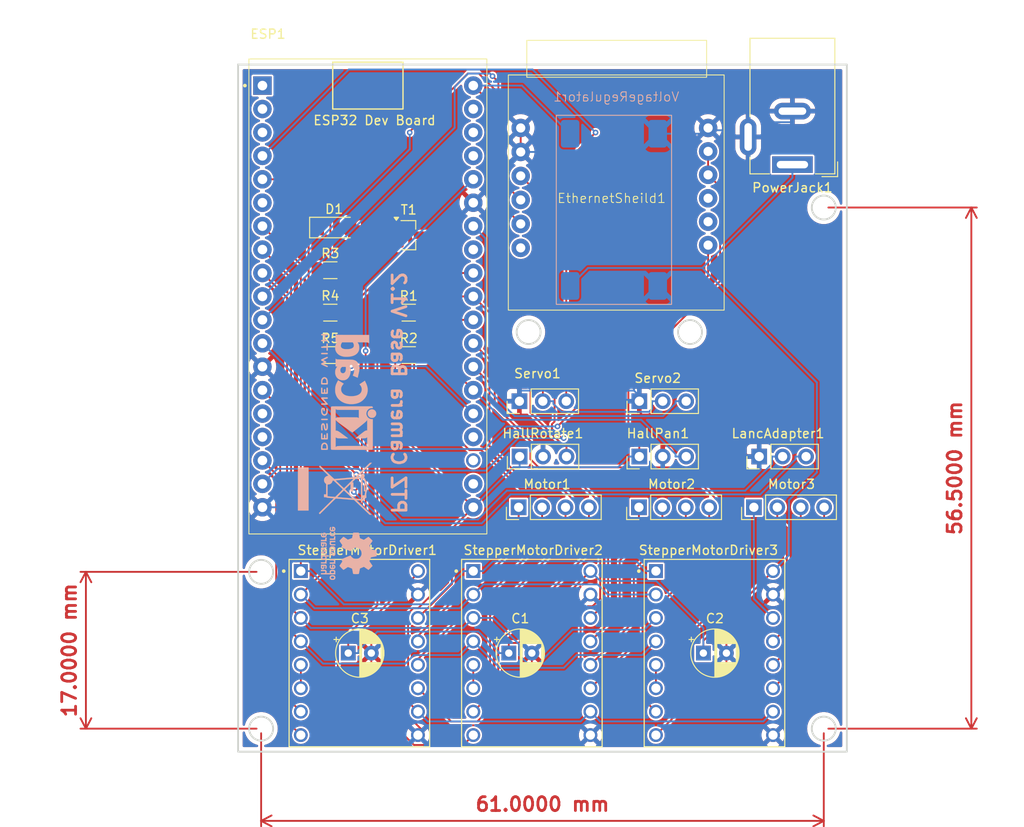
<source format=kicad_pcb>
(kicad_pcb (version 20240108) (generator "pcbnew") (generator_version "8.0")
  (layers (0 "F.Cu" signal) (31 "B.Cu" signal) (34 "B.Paste" user) (35 "F.Paste" user) (36 "B.SilkS" user "B.Silkscreen") (37 "F.SilkS" user "F.Silkscreen") (38 "B.Mask" user) (39 "F.Mask" user) (44 "Edge.Cuts" user))
  (net 0 "")
  (net 1 "GND")
  (net 3 "Hall Pan")
  (net 4 "+12V")
  (net 5 "LANC READ")
  (net 6 "LANC WRITE")
  (net 7 "DIR2")
  (net 8 "Servo 1")
  (net 9 "SCK")
  (net 10 "MOSI")
  (net 11 "DIR3")
  (net 12 "STEP2")
  (net 13 "+5V")
  (net 14 "DIR1")
  (net 15 "MS2")
  (net 16 "Servo 2")
  (net 17 "CS")
  (net 18 "+3.3V")
  (net 19 "MS3")
  (net 20 "EN")
  (net 21 "MS1")
  (net 22 "STEP1")
  (net 23 "STEP3")
  (net 24 "MISO")
  (net 31 "Hall Tilt")
  (net 41 "/Motor Line 2")
  (net 42 "Net-(StepperMotorDriver1-RESET)")
  (net 43 "Net-(StepperMotorDriver2-RESET)")
  (net 44 "Net-(StepperMotorDriver3-RESET)")
  (net 45 "/Motor Line 3")
  (net 46 "/Motor Line 4")
  (net 47 "/Motor Line 1")
  (net 48 "/Motor Line 6")
  (net 49 "/Motor Line 7")
  (net 50 "/Motor Line 5")
  (net 51 "/Motor Line 8")
  (net 52 "/Motor Line 9")
  (net 53 "/Motor Line 12")
  (net 54 "/Motor Line 11")
  (net 55 "/Motor Line 10")
  (net 56 "/Power Wire")
  (net 57 "Net-(T1-B)")
  (net 58 "/LANC READ 2")
  (footprint "Connector_PinHeader_2.54mm:PinHeader_1x04_P2.54mm_Vertical" (layer "F.Cu") (at 171.46 98 90)
    (property "Reference" "Motor2")
    (property "Value" "~")
  )
  (footprint "Resistor_SMD:R_1206_3216Metric" (layer "F.Cu") (at 138 81.5)
    (property "Reference" "R5")
    (property "Value" "10k")
  )
  (footprint "Connector_PinHeader_2.54mm:PinHeader_1x03_P2.54mm_Vertical" (layer "F.Cu") (at 158.5 86.5 90)
    (property "Reference" "Servo1")
    (property "Value" "~")
  )
  (footprint "Connector_PinHeader_2.54mm:PinHeader_1x03_P2.54mm_Vertical" (layer "F.Cu") (at 171.5 86.5 90)
    (property "Reference" "Servo2")
    (property "Value" "~")
  )
  (footprint "Custom components:MODULE_ESP32-DEVKITC-32D" (layer "F.Cu") (at 142.07 75.14)
    (property "Reference" "ESP1")
    (property "Value" "ESP32-DEVKITC-32D" (hide yes))
  )
  (footprint "Ethernet_Sheild:W5500_mini_ethernet_sheild" (layer "F.Cu") (at 168.8 62.875)
    (property "Reference" "EthernetSheild1")
    (property "Value" "~")
  )
  (footprint "Resistor_SMD:R_1206_3216Metric" (layer "F.Cu") (at 146.5 76.8983)
    (property "Reference" "R1")
    (property "Value" "R10k")
  )
  (footprint "TMC2209_SILENTSTEPSTICK:MODULE_TMC2209_SILENTSTEPSTICK" (layer "F.Cu") (at 159.85 113.81)
    (property "Reference" "StepperMotorDriver2")
    (property "Value" "~")
  )
  (footprint "Aliexpress:BarrelJack_Wuerth_6941xx301002" (layer "F.Cu") (at 188.1 60.85 180)
    (property "Reference" "PowerJack1")
    (property "Value" "Barrel_Jack")
  )
  (footprint "Package_TO_SOT_SMD:SOT-23_Handsoldering" (layer "F.Cu") (at 146.5 68.5)
    (property "Reference" "T1")
    (property "Value" "BC547")
  )
  (footprint "Capacitor_THT:CP_Radial_D5.0mm_P2.50mm" (layer "F.Cu") (at 178.4449 113.81)
    (property "Reference" "C2")
    (property "Value" "100 uF")
  )
  (footprint "Resistor_SMD:R_1206_3216Metric" (layer "F.Cu") (at 146.5 81.5)
    (property "Reference" "R2")
    (property "Value" "R10k")
  )
  (footprint "Resistor_SMD:R_1206_3216Metric" (layer "F.Cu") (at 138 72.2967)
    (property "Reference" "R3")
    (property "Value" "R5k6")
  )
  (footprint "Connector_PinHeader_2.54mm:PinHeader_1x03_P2.54mm_Vertical" (layer "F.Cu") (at 158.525 92.5 90)
    (property "Reference" "HallRotate1")
    (property "Value" "~")
  )
  (footprint "Connector_PinHeader_2.54mm:PinHeader_1x04_P2.54mm_Vertical" (layer "F.Cu") (at 158.42 98 90)
    (property "Reference" "Motor1")
    (property "Value" "~")
  )
  (footprint "Capacitor_THT:CP_Radial_D5.0mm_P2.50mm" (layer "F.Cu") (at 157.35 113.81)
    (property "Reference" "C1")
    (property "Value" "100 uF")
  )
  (footprint "Resistor_SMD:R_1206_3216Metric" (layer "F.Cu") (at 138 76.8983)
    (property "Reference" "R4")
    (property "Value" "R4k7")
  )
  (footprint "Capacitor_THT:CP_Radial_D5.0mm_P2.50mm" (layer "F.Cu") (at 139.9449 113.81)
    (property "Reference" "C3")
    (property "Value" "100 uF")
  )
  (footprint "TMC2209_SILENTSTEPSTICK:MODULE_TMC2209_SILENTSTEPSTICK" (layer "F.Cu") (at 179.65 113.81)
    (property "Reference" "StepperMotorDriver3")
    (property "Value" "~")
  )
  (footprint "Connector_PinHeader_2.54mm:PinHeader_1x03_P2.54mm_Vertical" (layer "F.Cu") (at 184.5 92.5 90)
    (property "Reference" "LancAdapter1")
    (property "Value" "AudioJack3" (hide yes))
  )
  (footprint "Connector_PinHeader_2.54mm:PinHeader_1x04_P2.54mm_Vertical" (layer "F.Cu") (at 183.92 98 90)
    (property "Reference" "Motor3")
    (property "Value" "~")
  )
  (footprint "Diode_SMD:D_MiniMELF" (layer "F.Cu") (at 138.415 67.67)
    (property "Reference" "D1")
    (property "Value" "BZV55C3V3")
  )
  (footprint "TMC2209_SILENTSTEPSTICK:MODULE_TMC2209_SILENTSTEPSTICK" (layer "F.Cu") (at 141.15 113.81)
    (property "Reference" "StepperMotorDriver1")
    (property "Value" "~")
  )
  (footprint "Connector_PinHeader_2.54mm:PinHeader_1x03_P2.54mm_Vertical" (layer "F.Cu") (at 171.5 92.5 90)
    (property "Reference" "HallPan1")
    (property "Value" "~")
  )
  (footprint "Symbol:KiCad-Logo2_5mm_SilkScreen" (layer "B.Cu") (at 140 85.5 90)
    (property "Reference" "REF**" (hide yes))
    (property "Value" "KiCad-Logo2_5mm_SilkScreen" (hide yes))
  )
  (footprint "Symbol:WEEE-Logo_5.6x8mm_SilkScreen" (layer "B.Cu") (at 138.5 96 90)
    (property "Reference" "REF3" (hide yes))
    (property "Value" "WEEE-Logo_5.6x8mm_SilkScreen" (hide yes))
  )
  (footprint "Symbol:OSHW-Logo_5.7x6mm_SilkScreen" (layer "B.Cu") (at 140 103 90)
    (property "Reference" "REF2" (hide yes))
    (property "Value" "OSHW-Logo_5.7x6mm_SilkScreen" (hide yes))
  )
  (footprint "voltage_regulator:voltage_regulator_17_12mm" (layer "B.Cu") (at 169 65.5 180)
    (property "Reference" "VoltageRegulator1")
    (property "Value" "~")
  )
  (gr_circle (center 130.5 105) (end 131.8 105) (stroke (width 0.2)) (fill none) (layer "Edge.Cuts"))
  (gr_circle (center 191.5 65.5) (end 192.8 65.5) (stroke (width 0.2)) (fill none) (layer "Edge.Cuts"))
  (gr_rect (start 128 50) (end 194 124.5) (stroke (width 0.2)) (fill none) (layer "Edge.Cuts"))
  (gr_circle (center 130.5 122) (end 131.8 122) (stroke (width 0.2)) (fill none) (layer "Edge.Cuts"))
  (gr_circle (center 177 79) (end 178.3 79) (stroke (width 0.2)) (fill none) (layer "Edge.Cuts"))
  (gr_circle (center 159.5 79) (end 160.8 79) (stroke (width 0.2)) (fill none) (layer "Edge.Cuts"))
  (gr_circle (center 191.5 122) (end 192.8 122) (stroke (width 0.2)) (fill none) (layer "Edge.Cuts"))
  (gr_text "PTZ Camera Base V1.2" (at 144.5 98.865811 270) (layer "B.SilkS") (effects (font (size 1.5 1.5) (thickness 0.3) (bold yes)) (justify left bottom mirror)))
  (dimension (type aligned) (layer "F.Cu") (pts (xy 191.5 65.5) (xy 191.5 122)) (height -16) (gr_text "56.5000 mm" (at 205.7 93.75 90) (layer "F.Cu") (effects (font (size 1.5 1.5) (thickness 0.3)))) (format (prefix "") (suffix "") (units 3) (units_format 1) (precision 4)) (style (thickness 0.2) (arrow_length 1.27) (text_position_mode 0) (extension_height 0.58642) (extension_offset 0.5) keep_text_aligned))
  (dimension (type aligned) (layer "F.Cu") (pts (xy 130.5 105) (xy 130.5 122)) (height 19) (gr_text "17.0000 mm" (at 109.7 113.5 90) (layer "F.Cu") (effects (font (size 1.5 1.5) (thickness 0.3)))) (format (prefix "") (suffix "") (units 3) (units_format 1) (precision 4)) (style (thickness 0.2) (arrow_length 1.27) (text_position_mode 0) (extension_height 0.58642) (extension_offset 0.5) keep_text_aligned))
  (dimension (type aligned) (layer "F.Cu") (pts (xy 191.5 122) (xy 130.5 122)) (height -10) (gr_text "61.0000 mm" (at 161 130.2 0) (layer "F.Cu") (effects (font (size 1.5 1.5) (thickness 0.3)))) (format (prefix "") (suffix "") (units 3) (units_format 1) (precision 4)) (style (thickness 0.2) (arrow_length 1.27) (text_position_mode 0) (extension_height 0.58642) (extension_offset 0.5) keep_text_aligned))
  (segment (start 141.0431 66.7919) (end 145.9216 66.7919) (width 0.2) (layer "F.Cu") (net 1))
  (segment (start 161.065 92.5) (end 161.065 91.3483) (width 0.2) (layer "F.Cu") (net 1))
  (segment (start 184.5 93.6517) (end 185.1445 94.2962) (width 0.2) (layer "F.Cu") (net 1))
  (segment (start 158.64 59.475) (end 158.64 56.875) (width 0.2) (layer "F.Cu") (net 1))
  (segment (start 174.04 91.329) (end 182.1773 91.329) (width 0.2) (layer "F.Cu") (net 1))
  (segment (start 142.4449 113.81) (end 142.4449 112.5151) (width 0.2) (layer "F.Cu") (net 1))
  (segment (start 158.5 88.7833) (end 161.065 91.3483) (width 0.2) (layer "F.Cu") (net 1))
  (segment (start 174.8322 123.7576) (end 180.9449 117.6449) (width 0.2) (layer "F.Cu") (net 1))
  (segment (start 171.5 87.6517) (end 174.04 90.1917) (width 0.2) (layer "F.Cu") (net 1))
  (segment (start 142.4449 116.6449) (end 148 122.2) (width 0.2) (layer "F.Cu") (net 1))
  (segment (start 145.9216 66.7919) (end 146.2958 67.1661) (width 0.2) (layer "F.Cu") (net 1))
  (segment (start 148 122.2) (end 148.56 121.64) (width 0.2) (layer "F.Cu") (net 1))
  (segment (start 174.04 91.329) (end 174.04 92.5) (width 0.2) (layer "F.Cu") (net 1))
  (segment (start 148.56 121.64) (end 154.56 121.64) (width 0.2) (layer "F.Cu") (net 1))
  (segment (start 185.1445 94.2962) (end 185.1445 102.1493) (width 0.2) (layer "F.Cu") (net 1))
  (segment (start 142.4449 113.81) (end 142.4449 116.6449) (width 0.2) (layer "F.Cu") (net 1))
  (segment (start 153.5 64.98) (end 151.3139 67.1661) (width 0.2) (layer "F.Cu") (net 1))
  (segment (start 187.068 106.392) (end 186 107.46) (width 0.2) (layer "F.Cu") (net 1))
  (segment (start 142.4449 112.5151) (end 147.5 107.46) (width 0.2) (layer "F.Cu") (net 1))
  (segment (start 154.56 121.64) (end 159.85 116.35) (width 0.2) (layer "F.Cu") (net 1))
  (segment (start 158.5 86.5) (end 158.5 88.7833) (width 0.2) (layer "F.Cu") (net 1))
  (segment (start 171.5 86.5) (end 171.5 87.6517) (width 0.2) (layer "F.Cu") (net 1))
  (segment (start 159.85 116.35) (end 159.85 113.81) (width 0.2) (layer "F.Cu") (net 1))
  (segment (start 129.3369 84.0631) (end 130.64 82.76) (width 0.2) (layer "F.Cu") (net 1))
  (segment (start 184.5 92.5) (end 183.3483 92.5) (width 0.2) (layer "F.Cu") (net 1))
  (segment (start 146.2958 68.1542) (end 145 69.45) (width 0.2) (layer "F.Cu") (net 1))
  (segment (start 180.9449 117.6449) (end 186 122.7) (width 0.2) (layer "F.Cu") (net 1))
  (segment (start 186 107.46) (end 180.9449 112.5151) (width 0.2) (layer "F.Cu") (net 1))
  (segment (start 184.5 92.5) (end 184.5 93.6517) (width 0.2) (layer "F.Cu") (net 1))
  (segment (start 129.3369 96.6969) (end 129.3369 84.0631) (width 0.2) (layer "F.Cu") (net 1))
  (segment (start 180.9449 113.81) (end 180.9449 117.6449) (width 0.2) (layer "F.Cu") (net 1))
  (segment (start 167.2576 123.7576) (end 174.8322 123.7576) (width 0.2) (layer "F.Cu") (net 1))
  (segment (start 185.1445 102.1493) (end 187.068 104.0728) (width 0.2) (layer "F.Cu") (net 1))
  (segment (start 151.3139 67.1661) (end 146.2958 67.1661) (width 0.2) (layer "F.Cu") (net 1))
  (segment (start 140.165 67.67) (end 141.0431 66.7919) (width 0.2) (layer "F.Cu") (net 1))
  (segment (start 182.1773 91.329) (end 183.3483 92.5) (width 0.2) (layer "F.Cu") (net 1))
  (segment (start 174.04 90.1917) (end 174.04 91.329) (width 0.2) (layer "F.Cu") (net 1))
  (segment (start 146.2958 67.1661) (end 146.2958 68.1542) (width 0.2) (layer "F.Cu") (net 1))
  (segment (start 187.068 104.0728) (end 187.068 106.392) (width 0.2) (layer "F.Cu") (net 1))
  (segment (start 166.2 122.7) (end 159.85 116.35) (width 0.2) (layer "F.Cu") (net 1))
  (segment (start 166.2 122.7) (end 167.2576 123.7576) (width 0.2) (layer "F.Cu") (net 1))
  (segment (start 180.9449 112.5151) (end 180.9449 113.81) (width 0.2) (layer "F.Cu") (net 1))
  (segment (start 130.64 98) (end 129.3369 96.6969) (width 0.2) (layer "F.Cu") (net 1))
  (segment (start 147.5 122.7) (end 148 122.2) (width 0.2) (layer "F.Cu") (net 1))
  (segment (start 183.3 57.85) (end 182.0983 57.85) (width 0.2) (layer "B.Cu") (net 1))
  (segment (start 178.96 57.1211) (end 178.96 56.875) (width 0.2) (layer "B.Cu") (net 1))
  (segment (start 158.5 85.3483) (end 156.9645 83.8128) (width 0.2) (layer "B.Cu") (net 1))
  (segment (start 173.5 57.5) (end 178.5811 57.5) (width 0.2) (layer "B.Cu") (net 1))
  (segment (start 171.525 59.475) (end 158.64 59.475) (width 0.2) (layer "B.Cu") (net 1))
  (segment (start 156.9645 68.4445) (end 153.5 64.98) (width 0.2) (layer "B.Cu") (net 1))
  (segment (start 173.5 57.5) (end 171.525 59.475) (width 0.2) (layer "B.Cu") (net 1))
  (segment (start 170.9242 85.3483) (end 170.9242 76.5758) (width 0.2) (layer "B.Cu") (net 1))
  (segment (start 159.85 113.81) (end 166.2 107.46) (width 0.2) (layer "B.Cu") (net 1))
  (segment (start 171.5 85.9241) (end 170.9242 85.3483) (width 0.2) (layer "B.Cu") (net 1))
  (segment (start 183.3 57.85) (end 184.5017 57.85) (width 0.2) (layer "B.Cu") (net 1))
  (segment (start 170.9242 76.5758) (end 173.5 74) (width 0.2) (layer "B.Cu") (net 1))
  (segment (start 186.1 56.2517) (end 184.5017 57.85) (width 0.2) (layer "B.Cu") (net 1))
  (segment (start 156.9645 83.8128) (end 156.9645 68.4445) (width 0.2) (layer "B.Cu") (net 1))
  (segment (start 158.64 59.84) (end 153.5 64.98) (width 0.2) (layer "B.Cu") (net 1))
  (segment (start 138.04 98) (end 130.64 98) (width 0.2) (layer "B.Cu") (net 1))
  (segment (start 170.9242 85.3483) (end 158.5 85.3483) (width 0.2) (layer "B.Cu") (net 1))
  (segment (start 158.5 86.5) (end 158.5 85.3483) (width 0.2) (layer "B.Cu") (net 1))
  (segment (start 147.5 107.46) (end 138.04 98) (width 0.2) (layer "B.Cu") (net 1))
  (segment (start 181.3694 57.1211) (end 182.0983 57.85) (width 0.2) (layer "B.Cu") (net 1))
  (segment (start 178.96 57.1211) (end 181.3694 57.1211) (width 0.2) (layer "B.Cu") (net 1))
  (segment (start 188.1 56.2517) (end 186.1 56.2517) (width 0.2) (layer "B.Cu") (net 1))
  (segment (start 178.5811 57.5) (end 178.96 57.1211) (width 0.2) (layer "B.Cu") (net 1))
  (segment (start 158.64 59.475) (end 158.64 59.84) (width 0.2) (layer "B.Cu") (net 1))
  (segment (start 171.5 86.5) (end 171.5 85.9241) (width 0.2) (layer "B.Cu") (net 1))
  (segment (start 188.1 55.05) (end 188.1 56.2517) (width 0.2) (layer "B.Cu") (net 1))
  (segment (start 163.605 91.3483) (end 163.2982 91.3483) (width 0.2) (layer "F.Cu") (net 3))
  (segment (start 149.7208 75.14) (end 147.9625 76.8983) (width 0.2) (layer "F.Cu") (net 3))
  (segment (start 155.2902 80.4355) (end 155.2902 76.9302) (width 0.2) (layer "F.Cu") (net 3))
  (segment (start 163.605 92.5) (end 163.605 91.3483) (width 0.2) (layer "F.Cu") (net 3))
  (segment (start 163.2982 91.3483) (end 159.71 87.7601) (width 0.2) (layer "F.Cu") (net 3))
  (segment (start 159.71 84.8553) (end 155.2902 80.4355) (width 0.2) (layer "F.Cu") (net 3))
  (segment (start 153.5 75.14) (end 149.7208 75.14) (width 0.2) (layer "F.Cu") (net 3))
  (segment (start 155.2902 76.9302) (end 153.5 75.14) (width 0.2) (layer "F.Cu") (net 3))
  (segment (start 159.71 87.7601) (end 159.71 84.8553) (width 0.2) (layer "F.Cu") (net 3))
  (segment (start 157.35 113.81) (end 157.35 112.7083) (width 0.2) (layer "F.Cu") (net 4))
  (segment (start 139.9449 113.2591) (end 139.9449 113.81) (width 0.2) (layer "F.Cu") (net 4))
  (segment (start 186 104.92) (end 178.4449 112.4751) (width 0.2) (layer "F.Cu") (net 4))
  (segment (start 139.9449 113.2591) (end 139.9449 112.7083) (width 0.2) (layer "F.Cu") (net 4))
  (segment (start 178.4449 112.4751) (end 178.4449 113.81) (width 0.2) (layer "F.Cu") (net 4))
  (segment (start 166.2 104.92) (end 158.4117 112.7083) (width 0.2) (layer "F.Cu") (net 4))
  (segment (start 147.5 105.1532) (end 147.5 104.92) (width 0.2) (layer "F.Cu") (net 4))
  (segment (start 158.4117 112.7083) (end 157.35 112.7083) (width 0.2) (layer "F.Cu") (net 4))
  (segment (start 139.9449 112.7083) (end 147.5 105.1532) (width 0.2) (layer "F.Cu") (net 4))
  (segment (start 178.3308 72.0542) (end 188.1 62.285) (width 0.2) (layer "B.Cu") (net 4))
  (segment (start 188.1 60.85) (end 188.1 62.0517) (width 0.2) (layer "B.Cu") (net 4))
  (segment (start 167.2721 105.9921) (end 166.2 104.92) (width 0.2) (layer "B.Cu") (net 4))
  (segment (start 143.097 111.4842) (end 141.0466 113.5346) (width 0.2) (layer "B.Cu") (net 4))
  (segment (start 154.0602 111.4842) (end 143.097 111.4842) (width 0.2) (layer "B.Cu") (net 4))
  (segment (start 178.4449 111.1089) (end 173.3281 105.9921) (width 0.2) (layer "B.Cu") (net 4))
  (segment (start 178.4449 113.81) (end 178.4449 111.1089) (width 0.2) (layer "B.Cu") (net 4))
  (segment (start 190.7539 84.4773) (end 178.3308 72.0542) (width 0.2) (layer "B.Cu") (net 4))
  (segment (start 139.9449 113.81) (end 141.0466 113.81) (width 0.2) (layer "B.Cu") (net 4))
  (segment (start 173.3281 105.9921) (end 167.2721 105.9921) (width 0.2) (layer "B.Cu") (net 4))
  (segment (start 165.9458 72.0542) (end 178.3308 72.0542) (width 0.2) (layer "B.Cu") (net 4))
  (segment (start 187.73 97.2409) (end 190.7539 94.217) (width 0.2) (layer "B.Cu") (net 4))
  (segment (start 141.0466 113.5346) (end 141.0466 113.81) (width 0.2) (layer "B.Cu") (net 4))
  (segment (start 186 104.92) (end 187.73 103.19) (width 0.2) (layer "B.Cu") (net 4))
  (segment (start 156.2483 113.6723) (end 154.0602 111.4842) (width 0.2) (layer "B.Cu") (net 4))
  (segment (start 156.2483 113.81) (end 156.2483 113.6723) (width 0.2) (layer "B.Cu") (net 4))
  (segment (start 187.73 103.19) (end 187.73 97.2409) (width 0.2) (layer "B.Cu") (net 4))
  (segment (start 188.1 62.285) (end 188.1 62.0517) (width 0.2) (layer "B.Cu") (net 4))
  (segment (start 157.35 113.81) (end 156.2483 113.81) (width 0.2) (layer "B.Cu") (net 4))
  (segment (start 190.7539 94.217) (end 190.7539 84.4773) (width 0.2) (layer "B.Cu") (net 4))
  (segment (start 164 74) (end 165.9458 72.0542) (width 0.2) (layer "B.Cu") (net 4))
  (segment (start 135.6471 68.6879) (end 135.6471 73.1867) (width 0.2) (layer "F.Cu") (net 5))
  (segment (start 138 80.0375) (end 139.4625 81.5) (width 0.2) (layer "F.Cu") (net 5))
  (segment (start 135.6471 73.1867) (end 138 75.5396) (width 0.2) (layer "F.Cu") (net 5))
  (segment (start 138 75.5396) (end 138 80.0375) (width 0.2) (layer "F.Cu") (net 5))
  (segment (start 140.2591 82.7114) (end 139.4625 81.9148) (width 0.2) (layer "F.Cu") (net 5))
  (segment (start 139.4625 81.9148) (end 139.4625 81.5) (width 0.2) (layer "F.Cu") (net 5))
  (segment (start 136.665 67.67) (end 135.6471 68.6879) (width 0.2) (layer "F.Cu") (net 5))
  (via (at 140.2591 82.7114) (size 0.6) (drill 0.3) (layers "F.Cu" "B.Cu") (net 5))
  (segment (start 140.2591 82.7114) (end 148.3714 82.7114) (width 0.2) (layer "B.Cu") (net 5))
  (segment (start 148.3714 82.7114) (end 153.5 87.84) (width 0.2) (layer "B.Cu") (net 5))
  (segment (start 130.64 62.44) (end 133.2372 62.44) (width 0.2) (layer "F.Cu") (net 6))
  (segment (start 133.2372 62.44) (end 138.0042 67.207) (width 0.2) (layer "F.Cu") (net 6))
  (segment (start 138.0042 70.8384) (end 139.4625 72.2967) (width 0.2) (layer "F.Cu") (net 6))
  (segment (start 138.0042 67.207) (end 138.0042 70.8384) (width 0.2) (layer "F.Cu") (net 6))
  (segment (start 138.8204 115.5249) (end 138.8204 112.9078) (width 0.2) (layer "F.Cu") (net 7))
  (segment (start 152.4275 123.7725) (end 147.068 123.7725) (width 0.2) (layer "F.Cu") (net 7))
  (segment (start 143.0999 108.6283) (end 143.0999 77.1148) (width 0.2) (layer "F.Cu") (net 7))
  (segment (start 147.6147 72.6) (end 153.5 72.6) (width 0.2) (layer "F.Cu") (net 7))
  (segment (start 147.068 123.7725) (end 138.8204 115.5249) (width 0.2) (layer "F.Cu") (net 7))
  (segment (start 138.8204 112.9078) (end 143.0999 108.6283) (width 0.2) (layer "F.Cu") (net 7))
  (segment (start 153.5 122.7) (end 152.4275 123.7725) (width 0.2) (layer "F.Cu") (net 7))
  (segment (start 143.0999 77.1148) (end 147.6147 72.6) (width 0.2) (layer "F.Cu") (net 7))
  (segment (start 166.7571 57.37) (end 163.58 60.5471) (width 0.2) (layer "F.Cu") (net 8))
  (segment (start 163.58 60.5471) (end 163.58 86.5) (width 0.2) (layer "F.Cu") (net 8))
  (via (at 166.7571 57.37) (size 0.6) (drill 0.3) (layers "F.Cu" "B.Cu") (net 8))
  (segment (start 140.0007 50.5393) (end 159.9264 50.5393) (width 0.2) (layer "B.Cu") (net 8))
  (segment (start 130.64 59.9) (end 140.0007 50.5393) (width 0.2) (layer "B.Cu") (net 8))
  (segment (start 159.9264 50.5393) (end 166.7571 57.37) (width 0.2) (layer "B.Cu") (net 8))
  (segment (start 158.64 64.675) (end 156.2221 62.2571) (width 0.2) (layer "F.Cu") (net 9))
  (segment (start 156.2221 51.8909) (end 155.5854 51.2542) (width 0.2) (layer "F.Cu") (net 9))
  (segment (start 156.2221 62.2571) (end 156.2221 51.8909) (width 0.2) (layer "F.Cu") (net 9))
  (via (at 155.5854 51.2542) (size 0.6) (drill 0.3) (layers "F.Cu" "B.Cu") (net 9))
  (segment (start 151.4807 56.8393) (end 151.4807 52.4389) (width 0.2) (layer "B.Cu") (net 9))
  (segment (start 130.64 77.68) (end 151.4807 56.8393) (width 0.2) (layer "B.Cu") (net 9))
  (segment (start 151.4807 52.4389) (end 152.9413 50.9783) (width 0.2) (layer "B.Cu") (net 9))
  (segment (start 155.3095 50.9783) (end 155.5854 51.2542) (width 0.2) (layer "B.Cu") (net 9))
  (segment (start 152.9413 50.9783) (end 155.3095 50.9783) (width 0.2) (layer "B.Cu") (net 9))
  (segment (start 162.0301 88.9846) (end 162.0301 89.4828) (width 0.2) (layer "F.Cu") (net 10))
  (segment (start 158.64 62.075) (end 162.31 65.745) (width 0.2) (layer "F.Cu") (net 10))
  (segment (start 162.31 65.745) (end 162.31 88.7047) (width 0.2) (layer "F.Cu") (net 10))
  (segment (start 162.0301 89.4828) (end 163.0493 90.502) (width 0.2) (layer "F.Cu") (net 10))
  (segment (start 163.0493 90.502) (end 163.3074 90.502) (width 0.2) (layer "F.Cu") (net 10))
  (segment (start 162.31 88.7047) (end 162.0301 88.9846) (width 0.2) (layer "F.Cu") (net 10))
  (via (at 163.3074 90.502) (size 0.6) (drill 0.3) (layers "F.Cu" "B.Cu") (net 10))
  (segment (start 141.0637 93.8254) (end 132.2746 93.8254) (width 0.2) (layer "B.Cu") (net 10))
  (segment (start 163.3074 90.502) (end 158.3874 90.502) (width 0.2) (layer "B.Cu") (net 10))
  (segment (start 158.3874 90.502) (end 154.864 94.0254) (width 0.2) (layer "B.Cu") (net 10))
  (segment (start 132.2746 93.8254) (end 130.64 95.46) (width 0.2) (layer "B.Cu") (net 10))
  (segment (start 141.2637 94.0254) (end 141.0637 93.8254) (width 0.2) (layer "B.Cu") (net 10))
  (segment (start 154.864 94.0254) (end 141.2637 94.0254) (width 0.2) (layer "B.Cu") (net 10))
  (segment (start 180.2774 97.5553) (end 180.2774 108.4441) (width 0.2) (layer "F.Cu") (net 11))
  (segment (start 155.8234 86.9604) (end 159.6955 90.8325) (width 0.2) (layer "F.Cu") (net 11))
  (segment (start 159.6955 90.8325) (end 159.6955 92.7837) (width 0.2) (layer "F.Cu") (net 11))
  (segment (start 153.5 80.22) (end 155.8234 82.5434) (width 0.2) (layer "F.Cu") (net 11))
  (segment (start 180.2774 108.4441) (end 175.4734 113.2481) (width 0.2) (layer "F.Cu") (net 11))
  (segment (start 155.8234 82.5434) (end 155.8234 86.9604) (width 0.2) (layer "F.Cu") (net 11))
  (segment (start 160.5823 93.6705) (end 176.3926 93.6705) (width 0.2) (layer "F.Cu") (net 11))
  (segment (start 159.6955 92.7837) (end 160.5823 93.6705) (width 0.2) (layer "F.Cu") (net 11))
  (segment (start 176.3926 93.6705) (end 180.2774 97.5553) (width 0.2) (layer "F.Cu") (net 11))
  (segment (start 175.4734 120.5266) (end 173.3 122.7) (width 0.2) (layer "F.Cu") (net 11))
  (segment (start 175.4734 113.2481) (end 175.4734 120.5266) (width 0.2) (layer "F.Cu") (net 11))
  (segment (start 164.6542 97.5109) (end 163.1371 95.9938) (width 0.2) (layer "F.Cu") (net 12))
  (segment (start 155.3196 118.3404) (end 155.3196 109.7271) (width 0.2) (layer "F.Cu") (net 12))
  (segment (start 153.0846 91.8056) (end 147.0813 85.8023) (width 0.2) (layer "F.Cu") (net 12))
  (segment (start 147.0813 85.8023) (end 147.0813 80.6603) (width 0.2) (layer "F.Cu") (net 12))
  (segment (start 158.5538 95.9938) (end 154.3656 91.8056) (width 0.2) (layer "F.Cu") (net 12))
  (segment (start 150.0616 77.68) (end 153.5 77.68) (width 0.2) (layer "F.Cu") (net 12))
  (segment (start 155.3196 109.7271) (end 164.6542 100.3925) (width 0.2) (layer "F.Cu") (net 12))
  (segment (start 154.3656 91.8056) (end 153.0846 91.8056) (width 0.2) (layer "F.Cu") (net 12))
  (segment (start 163.1371 95.9938) (end 158.5538 95.9938) (width 0.2) (layer "F.Cu") (net 12))
  (segment (start 164.6542 100.3925) (end 164.6542 97.5109) (width 0.2) (layer "F.Cu") (net 12))
  (segment (start 147.0813 80.6603) (end 150.0616 77.68) (width 0.2) (layer "F.Cu") (net 12))
  (segment (start 153.5 120.16) (end 155.3196 118.3404) (width 0.2) (layer "F.Cu") (net 12))
  (segment (start 155.2902 54.0702) (end 155.2902 64.4911) (width 0.2) (layer "F.Cu") (net 13))
  (segment (start 161.04 86.5) (end 161.04 85.3483) (width 0.2) (layer "F.Cu") (net 13))
  (segment (start 153.5 52.28) (end 155.2902 54.0702) (width 0.2) (layer "F.Cu") (net 13))
  (segment (start 155.7733 64.9742) (end 155.7733 80.0816) (width 0.2) (layer "F.Cu") (net 13))
  (segment (start 155.2902 64.4911) (end 155.7733 64.9742) (width 0.2) (layer "F.Cu") (net 13))
  (segment (start 155.7733 80.0816) (end 161.04 85.3483) (width 0.2) (layer "F.Cu") (net 13))
  (segment (start 172.8883 87.3145) (end 172.8883 86.5) (width 0.2) (layer "B.Cu") (net 13))
  (segment (start 174.04 86.5) (end 172.8883 86.5) (width 0.2) (layer "B.Cu") (net 13))
  (segment (start 162.1917 86.788) (end 163.0554 87.6517) (width 0.2) (layer "B.Cu") (net 13))
  (segment (start 158.78 52.28) (end 153.5 52.28) (width 0.2) (layer "B.Cu") (net 13))
  (segment (start 162.1917 86.5) (end 162.1917 86.788) (width 0.2) (layer "B.Cu") (net 13))
  (segment (start 163.0554 87.6517) (end 172.5511 87.6517) (width 0.2) (layer "B.Cu") (net 13))
  (segment (start 172.5511 87.6517) (end 172.8883 87.3145) (width 0.2) (layer "B.Cu") (net 13))
  (segment (start 164 57.5) (end 158.78 52.28) (width 0.2) (layer "B.Cu") (net 13))
  (segment (start 161.04 86.5) (end 162.1917 86.5) (width 0.2) (layer "B.Cu") (net 13))
  (segment (start 132.1327 120.0327) (end 132.1327 94.4127) (width 0.2) (layer "F.Cu") (net 14))
  (segment (start 132.1327 94.4127) (end 130.64 92.92) (width 0.2) (layer "F.Cu") (net 14))
  (segment (start 134.8 122.7) (end 132.1327 120.0327) (width 0.2) (layer "F.Cu") (net 14))
  (segment (start 133.7443 108.9443) (end 133.7443 73.1643) (width 0.2) (layer "F.Cu") (net 15))
  (segment (start 134.8 110) (end 133.7443 108.9443) (width 0.2) (layer "F.Cu") (net 15))
  (segment (start 133.7443 73.1643) (end 130.64 70.06) (width 0.2) (layer "F.Cu") (net 15))
  (segment (start 135.8824 111.0824) (end 134.8 110) (width 0.2) (layer "B.Cu") (net 15))
  (segment (start 152.4176 111.0824) (end 135.8824 111.0824) (width 0.2) (layer "B.Cu") (net 15))
  (segment (start 153.5 110) (end 155.6138 110) (width 0.2) (layer "B.Cu") (net 15))
  (segment (start 158.4585 112.8447) (end 158.4585 113.9931) (width 0.2) (layer "B.Cu") (net 15))
  (segment (start 160.5788 114.9586) (end 164.2674 111.27) (width 0.2) (layer "B.Cu") (net 15))
  (segment (start 158.4585 113.9931) (end 159.424 114.9586) (width 0.2) (layer "B.Cu") (net 15))
  (segment (start 172.03 111.27) (end 173.3 110) (width 0.2) (layer "B.Cu") (net 15))
  (segment (start 164.2674 111.27) (end 172.03 111.27) (width 0.2) (layer "B.Cu") (net 15))
  (segment (start 155.6138 110) (end 158.4585 112.8447) (width 0.2) (layer "B.Cu") (net 15))
  (segment (start 153.5 110) (end 152.4176 111.0824) (width 0.2) (layer "B.Cu") (net 15))
  (segment (start 159.424 114.9586) (end 160.5788 114.9586) (width 0.2) (layer "B.Cu") (net 15))
  (segment (start 154.8149 84.9507) (end 154.8149 68.8349) (width 0.2) (layer "B.Cu") (net 16))
  (segment (start 175.4283 86.5) (end 175.4283 86.7489) (width 0.2) (layer "B.Cu") (net 16))
  (segment (start 174.0631 88.1141) (end 157.9783 88.1141) (width 0.2) (layer "B.Cu") (net 16))
  (segment (start 154.8149 68.8349) (end 153.5 67.52) (width 0.2) (layer "B.Cu") (net 16))
  (segment (start 176.58 86.5) (end 175.4283 86.5) (width 0.2) (layer "B.Cu") (net 16))
  (segment (start 157.9783 88.1141) (end 154.8149 84.9507) (width 0.2) (layer "B.Cu") (net 16))
  (segment (start 175.4283 86.7489) (end 174.0631 88.1141) (width 0.2) (layer "B.Cu") (net 16))
  (segment (start 155.8204 64.4533) (end 155.8204 52.6976) (width 0.2) (layer "F.Cu") (net 17))
  (segment (start 146.609 57.2702) (end 146.609 57.37) (width 0.2) (layer "F.Cu") (net 17))
  (segment (start 158.64 67.2729) (end 155.8204 64.4533) (width 0.2) (layer "F.Cu") (net 17))
  (segment (start 158.64 67.275) (end 158.64 67.2729) (width 0.2) (layer "F.Cu") (net 17))
  (segment (start 155.8204 52.6976) (end 154.1011 50.9783) (width 0.2) (layer "F.Cu") (net 17))
  (segment (start 154.1011 50.9783) (end 152.9009 50.9783) (width 0.2) (layer "F.Cu") (net 17))
  (segment (start 152.9009 50.9783) (end 146.609 57.2702) (width 0.2) (layer "F.Cu") (net 17))
  (via (at 146.609 57.37) (size 0.6) (drill 0.3) (layers "F.Cu" "B.Cu") (net 17))
  (segment (start 146.609 57.37) (end 146.609 59.171) (width 0.2) (layer "B.Cu") (net 17))
  (segment (start 146.609 59.171) (end 130.64 75.14) (width 0.2) (layer "B.Cu") (net 17))
  (segment (start 170.3163 90.1646) (end 170.3163 83.415) (width 0.2) (layer "F.Cu") (net 18))
  (segment (start 145.0375 89.5375) (end 145.0375 81.5) (width 0.2) (layer "F.Cu") (net 18))
  (segment (start 171.5 92.5) (end 171.5 91.3483) (width 0.2) (layer "F.Cu") (net 18))
  (segment (start 180.2632 73.4681) (end 180.2632 63.2582) (width 0.2) (layer "F.Cu") (net 18))
  (segment (start 180.2632 63.2582) (end 178.96 61.955) (width 0.2) (layer "F.Cu") (net 18))
  (segment (start 146.9959 108.9406) (end 147.5271 108.9406) (width 0.2) (layer "F.Cu") (net 18))
  (segment (start 178.96 59.415) (end 178.96 61.955) (width 0.2) (layer "F.Cu") (net 18))
  (segment (start 170.3163 83.415) (end 180.2632 73.4681) (width 0.2) (layer "F.Cu") (net 18))
  (segment (start 147.5271 108.9406) (end 149.5179 106.9498) (width 0.2) (layer "F.Cu") (net 18))
  (segment (start 149.5179 106.9498) (end 149.5179 101.9821) (width 0.2) (layer "F.Cu") (net 18))
  (segment (start 145.0375 81.5) (end 145.0375 76.8983) (width 0.2) (layer "F.Cu") (net 18))
  (segment (start 146.4306 119.0906) (end 146.4306 109.5059) (width 0.2) (layer "F.Cu") (net 18))
  (segment (start 153.5 98) (end 145.0375 89.5375) (width 0.2) (layer "F.Cu") (net 18))
  (segment (start 149.5179 101.9821) (end 153.5 98) (width 0.2) (layer "F.Cu") (net 18))
  (segment (start 171.5 91.3483) (end 170.3163 90.1646) (width 0.2) (layer "F.Cu") (net 18))
  (segment (start 147.5 120.16) (end 146.4306 119.0906) (width 0.2) (layer "F.Cu") (net 18))
  (segment (start 146.4306 109.5059) (end 146.9959 108.9406) (width 0.2) (layer "F.Cu") (net 18))
  (segment (start 184.9443 121.2157) (end 167.2557 121.2157) (width 0.2) (layer "B.Cu") (net 18))
  (segment (start 186 120.16) (end 184.9443 121.2157) (width 0.2) (layer "B.Cu") (net 18))
  (segment (start 153.5 98) (end 157.8483 93.6517) (width 0.2) (layer "B.Cu") (net 18))
  (segment (start 158.525 92.5) (end 158.525 93.6517) (width 0.2) (layer "B.Cu") (net 18))
  (segment (start 147.5 120.16) (end 148.5557 121.2157) (width 0.2) (layer "B.Cu") (net 18))
  (segment (start 167.2557 121.2157) (end 166.2 120.16) (width 0.2) (layer "B.Cu") (net 18))
  (segment (start 171.5 92.5) (end 170.3483 92.5) (width 0.2) (layer "B.Cu") (net 18))
  (segment (start 148.5557 121.2157) (end 165.1443 121.2157) (width 0.2) (layer "B.Cu") (net 18))
  (segment (start 157.8483 93.6517) (end 158.525 93.6517) (width 0.2) (layer "B.Cu") (net 18))
  (segment (start 165.1443 121.2157) (end 166.2 120.16) (width 0.2) (layer "B.Cu") (net 18))
  (segment (start 169.1966 93.6517) (end 158.525 93.6517) (width 0.2) (layer "B.Cu") (net 18))
  (segment (start 170.3483 92.5) (end 169.1966 93.6517) (width 0.2) (layer "B.Cu") (net 18))
  (segment (start 133.3075 75.2675) (end 130.64 72.6) (width 0.2) (layer "F.Cu") (net 19))
  (segment (start 134.8 112.54) (end 133.3075 111.0475) (width 0.2) (layer "F.Cu") (net 19))
  (segment (start 133.3075 111.0475) (end 133.3075 75.2675) (width 0.2) (layer "F.Cu") (net 19))
  (segment (start 164.7064 114.018) (end 171.822 114.018) (width 0.2) (layer "B.Cu") (net 19))
  (segment (start 156.3688 115.4088) (end 163.3156 115.4088) (width 0.2) (layer "B.Cu") (net 19))
  (segment (start 137.2083 114.9483) (end 146.1387 114.9483) (width 0.2) (layer "B.Cu") (net 19))
  (segment (start 152.0157 114.0243) (end 153.5 112.54) (width 0.2) (layer "B.Cu") (net 19))
  (segment (start 146.1387 114.9483) (end 147.0627 114.0243) (width 0.2) (layer "B.Cu") (net 19))
  (segment (start 147.0627 114.0243) (end 152.0157 114.0243) (width 0.2) (layer "B.Cu") (net 19))
  (segment (start 163.3156 115.4088) (end 164.7064 114.018) (width 0.2) (layer "B.Cu") (net 19))
  (segment (start 134.8 112.54) (end 137.2083 114.9483) (width 0.2) (layer "B.Cu") (net 19))
  (segment (start 153.5 112.54) (end 156.3688 115.4088) (width 0.2) (layer "B.Cu") (net 19))
  (segment (start 171.822 114.018) (end 173.3 112.54) (width 0.2) (layer "B.Cu") (net 19))
  (segment (start 134.8 104.92) (end 134.8 71.68) (width 0.2) (layer "F.Cu") (net 20))
  (segment (start 134.8 71.68) (end 130.64 67.52) (width 0.2) (layer "F.Cu") (net 20))
  (segment (start 135.8557 104.92) (end 139.4523 108.5166) (width 0.2) (layer "B.Cu") (net 20))
  (segment (start 134.8 104.92) (end 135.8557 104.92) (width 0.2) (layer "B.Cu") (net 20))
  (segment (start 139.4523 108.5166) (end 148.8477 108.5166) (width 0.2) (layer "B.Cu") (net 20))
  (segment (start 155.6114 103.8643) (end 171.1886 103.8643) (width 0.2) (layer "B.Cu") (net 20))
  (segment (start 148.8477 108.5166) (end 152.4443 104.92) (width 0.2) (layer "B.Cu") (net 20))
  (segment (start 153.5 104.92) (end 154.5557 104.92) (width 0.2) (layer "B.Cu") (net 20))
  (segment (start 173.3 104.92) (end 172.2443 104.92) (width 0.2) (layer "B.Cu") (net 20))
  (segment (start 153.5 104.92) (end 152.4443 104.92) (width 0.2) (layer "B.Cu") (net 20))
  (segment (start 171.1886 103.8643) (end 172.2443 104.92) (width 0.2) (layer "B.Cu") (net 20))
  (segment (start 154.5557 104.92) (end 155.6114 103.8643) (width 0.2) (layer "B.Cu") (net 20))
  (segment (start 134.8 107.46) (end 141.8293 100.4307) (width 0.2) (layer "F.Cu") (net 21))
  (segment (start 141.8293 100.4307) (end 141.8293 81.0494) (width 0.2) (layer "F.Cu") (net 21))
  (via (at 141.8293 81.0494) (size 0.6) (drill 0.3) (layers "F.Cu" "B.Cu") (net 21))
  (segment (start 136.2843 108.9443) (end 134.8 107.46) (width 0.2) (layer "B.Cu") (net 21))
  (segment (start 154.6042 106.3558) (end 166.9778 106.3558) (width 0.2) (layer "B.Cu") (net 21))
  (segment (start 168.082 107.46) (end 173.3 107.46) (width 0.2) (layer "B.Cu") (net 21))
  (segment (start 141.8293 74.1107) (end 153.5 62.44) (width 0.2) (layer "B.Cu") (net 21))
  (segment (start 153.5 107.46) (end 154.6042 106.3558) (width 0.2) (layer "B.Cu") (net 21))
  (segment (start 166.9778 106.3558) (end 168.082 107.46) (width 0.2) (layer "B.Cu") (net 21))
  (segment (start 152.0157 108.9443) (end 136.2843 108.9443) (width 0.2) (layer "B.Cu") (net 21))
  (segment (start 141.8293 81.0494) (end 141.8293 74.1107) (width 0.2) (layer "B.Cu") (net 21))
  (segment (start 153.5 107.46) (end 152.0157 108.9443) (width 0.2) (layer "B.Cu") (net 21))
  (segment (start 132.5655 117.9255) (end 132.5655 87.2255) (width 0.2) (layer "F.Cu") (net 22))
  (segment (start 134.8 120.16) (end 132.5655 117.9255) (width 0.2) (layer "F.Cu") (net 22))
  (segment (start 132.5655 87.2255) (end 130.64 85.3) (width 0.2) (layer "F.Cu") (net 22))
  (segment (start 165.1369 109.4972) (end 165.9041 108.73) (width 0.2) (layer "F.Cu") (net 23))
  (segment (start 172.03 118.89) (end 165.9651 118.89) (width 0.2) (layer "F.Cu") (net 23))
  (segment (start 157.9801 94.0911) (end 155.2533 91.3643) (width 0.2) (layer "F.Cu") (net 23))
  (segment (start 165.9041 108.73) (end 166.4283 108.73) (width 0.2) (layer "F.Cu") (net 23))
  (segment (start 163.7992 94.0911) (end 157.9801 94.0911) (width 0.2) (layer "F.Cu") (net 23))
  (segment (start 173.3 120.16) (end 172.03 118.89) (width 0.2) (layer "F.Cu") (net 23))
  (segment (start 155.2533 84.5133) (end 153.5 82.76) (width 0.2) (layer "F.Cu") (net 23))
  (segment (start 165.9651 118.89) (end 165.1369 118.0618) (width 0.2) (layer "F.Cu") (net 23))
  (segment (start 167.2557 107.9026) (end 167.2557 97.5476) (width 0.2) (layer "F.Cu") (net 23))
  (segment (start 166.4283 108.73) (end 167.2557 107.9026) (width 0.2) (layer "F.Cu") (net 23))
  (segment (start 155.2533 91.3643) (end 155.2533 84.5133) (width 0.2) (layer "F.Cu") (net 23))
  (segment (start 167.2557 97.5476) (end 163.7992 94.0911) (width 0.2) (layer "F.Cu") (net 23))
  (segment (start 165.1369 118.0618) (end 165.1369 109.4972) (width 0.2) (layer "F.Cu") (net 23))
  (segment (start 178.96 69.575) (end 178.96 72.9055) (width 0.2) (layer "F.Cu") (net 24))
  (segment (start 178.96 72.9055) (end 162.6318 89.2337) (width 0.2) (layer "F.Cu") (net 24))
  (via (at 162.6318 89.2337) (size 0.6) (drill 0.3) (layers "F.Cu" "B.Cu") (net 24))
  (segment (start 154.6921 91.6841) (end 142.1041 91.6841) (width 0.2) (layer "B.Cu") (net 24))
  (segment (start 142.1041 91.6841) (end 130.64 80.22) (width 0.2) (layer "B.Cu") (net 24))
  (segment (start 162.6318 89.2337) (end 157.1425 89.2337) (width 0.2) (layer "B.Cu") (net 24))
  (segment (start 157.1425 89.2337) (end 154.6921 91.6841) (width 0.2) (layer "B.Cu") (net 24))
  (segment (start 149.7 81.5) (end 147.9625 81.5) (width 0.2) (layer "F.Cu") (net 31))
  (segment (start 153.5 85.3) (end 149.7 81.5) (width 0.2) (layer "F.Cu") (net 31))
  (segment (start 153.5 85.3) (end 156.7158 88.5158) (width 0.2) (layer "B.Cu") (net 31))
  (segment (start 171.7126 88.5158) (end 175.4283 92.2315) (width 0.2) (layer "B.Cu") (net 31))
  (segment (start 176.58 92.5) (end 175.4283 92.5) (width 0.2) (layer "B.Cu") (net 31))
  (segment (start 175.4283 92.2315) (end 175.4283 92.5) (width 0.2) (layer "B.Cu") (net 31))
  (segment (start 156.7158 88.5158) (end 171.7126 88.5158) (width 0.2) (layer "B.Cu") (net 31))
  (segment (start 147.5 112.54) (end 147.5 111.949) (width 0.2) (layer "F.Cu") (net 41))
  (segment (start 154.3913 105.9757) (end 160.96 99.407) (width 0.2) (layer "F.Cu") (net 41))
  (segment (start 147.5 111.949) (end 153.4733 105.9757) (width 0.2) (layer "F.Cu") (net 41))
  (segment (start 153.4733 105.9757) (end 154.3913 105.9757) (width 0.2) (layer "F.Cu") (net 41))
  (segment (start 160.96 99.407) (end 160.96 98) (width 0.2) (layer "F.Cu") (net 41))
  (segment (start 134.8 117.62) (end 134.8 115.08) (width 0.2) (layer "F.Cu") (net 42))
  (segment (start 153.5 117.62) (end 153.5 115.08) (width 0.2) (layer "F.Cu") (net 43))
  (segment (start 173.3 117.62) (end 173.3 115.08) (width 0.2) (layer "F.Cu") (net 44))
  (segment (start 147.5 115.08) (end 147.5 114.4651) (width 0.2) (layer "F.Cu") (net 45))
  (segment (start 153.9217 108.73) (end 163.5 99.1517) (width 0.2) (layer "F.Cu") (net 45))
  (segment (start 163.5 98) (end 163.5 99.1517) (width 0.2) (layer "F.Cu") (net 45))
  (segment (start 147.5 114.4651) (end 153.2351 108.73) (width 0.2) (layer "F.Cu") (net 45))
  (segment (start 153.2351 108.73) (end 153.9217 108.73) (width 0.2) (layer "F.Cu") (net 45))
  (segment (start 156.2021 118.951) (end 156.2021 112.7331) (width 0.2) (layer "F.Cu") (net 46))
  (segment (start 156.2021 112.7331) (end 166.04 102.8952) (width 0.2) (layer "F.Cu") (net 46))
  (segment (start 166.04 102.8952) (end 166.04 98) (width 0.2) (layer "F.Cu") (net 46))
  (segment (start 153.9262 121.2269) (end 156.2021 118.951) (width 0.2) (layer "F.Cu") (net 46))
  (segment (start 147.5 117.62) (end 151.1069 121.2269) (width 0.2) (layer "F.Cu") (net 46))
  (segment (start 151.1069 121.2269) (end 153.9262 121.2269) (width 0.2) (layer "F.Cu") (net 46))
  (segment (start 147.5 110) (end 151.182 106.318) (width 0.2) (layer "F.Cu") (net 47))
  (segment (start 151.182 105.238) (end 157.2683 99.1517) (width 0.2) (layer "F.Cu") (net 47))
  (segment (start 157.2683 99.1517) (end 158.42 99.1517) (width 0.2) (layer "F.Cu") (net 47))
  (segment (start 151.182 106.318) (end 151.182 105.238) (width 0.2) (layer "F.Cu") (net 47))
  (segment (start 158.42 98) (end 158.42 99.1517) (width 0.2) (layer "F.Cu") (net 47))
  (segment (start 174 98) (end 174 99.1517) (width 0.2) (layer "F.Cu") (net 48))
  (segment (start 166.2 112.54) (end 169.3736 109.3664) (width 0.2) (layer "F.Cu") (net 48))
  (segment (start 169.3736 103.7781) (end 174 99.1517) (width 0.2) (layer "F.Cu") (net 48))
  (segment (start 169.3736 109.3664) (end 169.3736 103.7781) (width 0.2) (layer "F.Cu") (net 48))
  (segment (start 176.54 98) (end 176.54 99.1517) (width 0.2) (layer "F.Cu") (net 49))
  (segment (start 170.9073 110.3727) (end 170.9073 104.7844) (width 0.2) (layer "F.Cu") (net 49))
  (segment (start 170.9073 104.7844) (end 176.54 99.1517) (width 0.2) (layer "F.Cu") (net 49))
  (segment (start 166.2 115.08) (end 170.9073 110.3727) (width 0.2) (layer "F.Cu") (net 49))
  (segment (start 168.1228 102.4889) (end 171.46 99.1517) (width 0.2) (layer "F.Cu") (net 50))
  (segment (start 166.2 110) (end 168.1228 108.0772) (width 0.2) (layer "F.Cu") (net 50))
  (segment (start 171.46 98) (end 171.46 99.1517) (width 0.2) (layer "F.Cu") (net 50))
  (segment (start 168.1228 108.0772) (end 168.1228 102.4889) (width 0.2) (layer "F.Cu") (net 50))
  (segment (start 166.2 117.62) (end 171.8509 111.9691) (width 0.2) (layer "F.Cu") (net 51))
  (segment (start 173.0188 108.73) (end 173.53 108.73) (width 0.2) (layer "F.Cu") (net 51))
  (segment (start 173.53 108.73) (end 179.08 103.18) (width 0.2) (layer "F.Cu") (net 51))
  (segment (start 179.08 103.18) (end 179.08 99.1517) (width 0.2) (layer "F.Cu") (net 51))
  (segment (start 171.8509 109.8979) (end 173.0188 108.73) (width 0.2) (layer "F.Cu") (net 51))
  (segment (start 179.08 98) (end 179.08 99.1517) (width 0.2) (layer "F.Cu") (net 51))
  (segment (start 171.8509 111.9691) (end 171.8509 109.8979) (width 0.2) (layer "F.Cu") (net 51))
  (segment (start 183.92 107.92) (end 183.92 98) (width 0.2) (layer "B.Cu") (net 52))
  (segment (start 186 110) (end 183.92 107.92) (width 0.2) (layer "B.Cu") (net 52))
  (segment (start 191.54 112.08) (end 191.54 98) (width 0.2) (layer "F.Cu") (net 53))
  (segment (start 186 117.62) (end 191.54 112.08) (width 0.2) (layer "F.Cu") (net 53))
  (segment (start 186 115.08) (end 189 112.08) (width 0.2) (layer "F.Cu") (net 54))
  (segment (start 189 112.08) (end 189 98) (width 0.2) (layer "F.Cu") (net 54))
  (segment (start 186.46 98) (end 186.46 99.1517) (width 0.2) (layer "F.Cu") (net 55))
  (segment (start 186.46 99.1517) (end 187.5022 100.1939) (width 0.2) (layer "F.Cu") (net 55))
  (segment (start 187.5022 100.1939) (end 187.5022 111.0378) (width 0.2) (layer "F.Cu") (net 55))
  (segment (start 187.5022 111.0378) (end 186 112.54) (width 0.2) (layer "F.Cu") (net 55))
  (segment (start 135.6502 77.7856) (end 135.6502 89.2659) (width 0.2) (layer "F.Cu") (net 56))
  (segment (start 136.5375 76.8983) (end 135.6502 77.7856) (width 0.2) (layer "F.Cu") (net 56))
  (segment (start 135.6502 89.2659) (end 140.8114 94.4271) (width 0.2) (layer "F.Cu") (net 56))
  (via (at 140.8114 94.4271) (size 0.6) (drill 0.3) (layers "F.Cu" "B.Cu") (net 56))
  (segment (start 157.1408 96.2002) (end 154.0207 99.3203) (width 0.2) (layer "B.Cu") (net 56))
  (segment (start 185.8883 92.5) (end 185.8883 93.2918) (width 0.2) (layer "B.Cu") (net 56))
  (segment (start 145.7046 99.3203) (end 140.8114 94.4271) (width 0.2) (layer "B.Cu") (net 56))
  (segment (start 185.8883 93.2918) (end 182.9799 96.2002) (width 0.2) (layer "B.Cu") (net 56))
  (segment (start 182.9799 96.2002) (end 157.1408 96.2002) (width 0.2) (layer "B.Cu") (net 56))
  (segment (start 187.04 92.5) (end 185.8883 92.5) (width 0.2) (layer "B.Cu") (net 56))
  (segment (start 154.0207 99.3203) (end 145.7046 99.3203) (width 0.2) (layer "B.Cu") (net 56))
  (segment (start 141.3628 72.1291) (end 140.014 73.4779) (width 0.2) (layer "F.Cu") (net 57))
  (segment (start 137.7187 73.4779) (end 136.5375 72.2967) (width 0.2) (layer "F.Cu") (net 57))
  (segment (start 145 67.55) (end 141.3628 71.1872) (width 0.2) (layer "F.Cu") (net 57))
  (segment (start 141.3628 71.1872) (end 141.3628 72.1291) (width 0.2) (layer "F.Cu") (net 57))
  (segment (start 140.014 73.4779) (end 137.7187 73.4779) (width 0.2) (layer "F.Cu") (net 57))
  (segment (start 139.4516 84.4141) (end 140.8621 83.0036) (width 0.2) (layer "F.Cu") (net 58))
  (segment (start 140.5532 96.3375) (end 141.4132 95.4775) (width 0.2) (layer "F.Cu") (net 58))
  (segment (start 139.4516 84.4141) (end 136.5375 81.5) (width 0.2) (layer "F.Cu") (net 58))
  (segment (start 141.4132 95.4775) (end 141.4132 86.3757) (width 0.2) (layer "F.Cu") (net 58))
  (segment (start 140.8621 78.1587) (end 139.6017 76.8983) (width 0.2) (layer "F.Cu") (net 58))
  (segment (start 140.8621 83.0036) (end 140.8621 78.1587) (width 0.2) (layer "F.Cu") (net 58))
  (segment (start 139.6017 76.8983) (end 139.4625 76.8983) (width 0.2) (layer "F.Cu") (net 58))
  (segment (start 141.4132 86.3757) (end 139.4516 84.4141) (width 0.2) (layer "F.Cu") (net 58))
  (segment (start 148 68.5) (end 139.6017 76.8983) (width 0.2) (layer "F.Cu") (net 58))
  (via (at 140.5532 96.3375) (size 0.6) (drill 0.3) (layers "F.Cu" "B.Cu") (net 58))
  (segment (start 154.4162 99.7356) (end 143.9513 99.7356) (width 0.2) (layer "B.Cu") (net 58))
  (segment (start 184.6143 96.6019) (end 157.5499 96.6019) (width 0.2) (layer "B.Cu") (net 58))
  (segment (start 189.58 92.5) (end 188.4283 92.5) (width 0.2) (layer "B.Cu") (net 58))
  (segment (start 188.4283 92.7879) (end 184.6143 96.6019) (width 0.2) (layer "B.Cu") (net 58))
  (segment (start 143.9513 99.7356) (end 140.5532 96.3375) (width 0.2) (layer "B.Cu") (net 58))
  (segment (start 188.4283 92.5) (end 188.4283 92.7879) (width 0.2) (layer "B.Cu") (net 58))
  (segment (start 157.5499 96.6019) (end 154.4162 99.7356) (width 0.2) (layer "B.Cu") (net 58))
  (zone (net 1) (net_name "GND") (layers "F&B.Cu") (connect_pads (clearance 0)) (min_thickness 0.25) (fill yes (thermal_gap 0.5) (thermal_bridge_width 0.5) (island_removal_mode 1) (island_area_min 10))
    (polygon (pts (xy 200 43) (xy 199.5 128.5) (xy 124.5 128.5) (xy 124.5 43)))
  )
)
</source>
